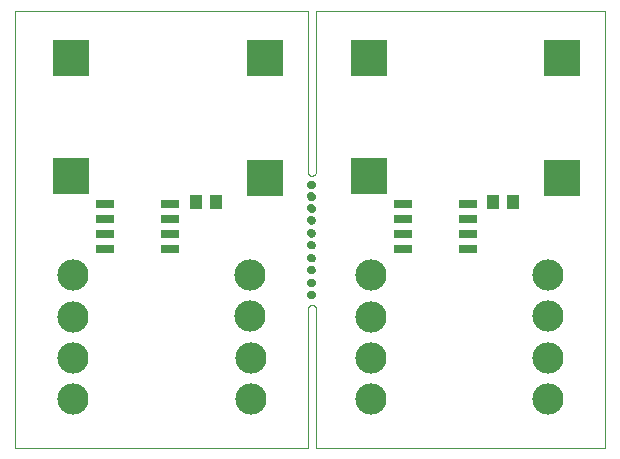
<source format=gbs>
G75*
%MOIN*%
%OFA0B0*%
%FSLAX25Y25*%
%IPPOS*%
%LPD*%
%AMOC8*
5,1,8,0,0,1.08239X$1,22.5*
%
%ADD10C,0.00000*%
%ADD11C,0.02762*%
%ADD12R,0.12211X0.12211*%
%ADD13C,0.10400*%
%ADD14R,0.06400X0.02800*%
%ADD15R,0.04337X0.04731*%
D10*
X0003787Y0004287D02*
X0003787Y0149957D01*
X0101425Y0149957D01*
X0101425Y0096413D01*
X0101427Y0096340D01*
X0101433Y0096267D01*
X0101443Y0096194D01*
X0101456Y0096122D01*
X0101474Y0096050D01*
X0101495Y0095980D01*
X0101520Y0095911D01*
X0101548Y0095844D01*
X0101580Y0095778D01*
X0101616Y0095713D01*
X0101655Y0095651D01*
X0101697Y0095591D01*
X0101742Y0095533D01*
X0101790Y0095478D01*
X0101842Y0095426D01*
X0101896Y0095376D01*
X0101952Y0095329D01*
X0102011Y0095285D01*
X0102072Y0095245D01*
X0102135Y0095208D01*
X0102200Y0095174D01*
X0102267Y0095143D01*
X0102336Y0095117D01*
X0102405Y0095094D01*
X0102476Y0095074D01*
X0102548Y0095059D01*
X0102620Y0095047D01*
X0102693Y0095039D01*
X0102766Y0095035D01*
X0102840Y0095035D01*
X0102913Y0095039D01*
X0102986Y0095047D01*
X0103058Y0095059D01*
X0103130Y0095074D01*
X0103201Y0095094D01*
X0103270Y0095117D01*
X0103339Y0095143D01*
X0103406Y0095174D01*
X0103471Y0095208D01*
X0103534Y0095245D01*
X0103595Y0095285D01*
X0103654Y0095329D01*
X0103710Y0095376D01*
X0103764Y0095426D01*
X0103816Y0095478D01*
X0103864Y0095533D01*
X0103909Y0095591D01*
X0103951Y0095651D01*
X0103990Y0095713D01*
X0104026Y0095778D01*
X0104058Y0095844D01*
X0104086Y0095911D01*
X0104111Y0095980D01*
X0104132Y0096050D01*
X0104150Y0096122D01*
X0104163Y0096194D01*
X0104173Y0096267D01*
X0104179Y0096340D01*
X0104181Y0096413D01*
X0104181Y0149957D01*
X0200638Y0149957D01*
X0200638Y0096413D01*
X0200638Y0050744D01*
X0200638Y0004287D01*
X0104181Y0004287D01*
X0104181Y0050744D01*
X0104169Y0050816D01*
X0104153Y0050888D01*
X0104133Y0050959D01*
X0104109Y0051029D01*
X0104082Y0051097D01*
X0104051Y0051164D01*
X0104016Y0051229D01*
X0103978Y0051293D01*
X0103937Y0051354D01*
X0103893Y0051413D01*
X0103846Y0051469D01*
X0103796Y0051523D01*
X0103743Y0051574D01*
X0103687Y0051622D01*
X0103629Y0051668D01*
X0103568Y0051710D01*
X0103506Y0051749D01*
X0103441Y0051784D01*
X0103375Y0051816D01*
X0103307Y0051845D01*
X0103238Y0051869D01*
X0103167Y0051891D01*
X0103095Y0051908D01*
X0103023Y0051921D01*
X0102950Y0051931D01*
X0102877Y0051937D01*
X0102803Y0051939D01*
X0102729Y0051937D01*
X0102656Y0051931D01*
X0102583Y0051921D01*
X0102511Y0051908D01*
X0102439Y0051891D01*
X0102368Y0051869D01*
X0102299Y0051845D01*
X0102231Y0051816D01*
X0102165Y0051784D01*
X0102100Y0051749D01*
X0102038Y0051710D01*
X0101977Y0051668D01*
X0101919Y0051622D01*
X0101863Y0051574D01*
X0101810Y0051523D01*
X0101760Y0051469D01*
X0101713Y0051413D01*
X0101669Y0051354D01*
X0101628Y0051293D01*
X0101590Y0051229D01*
X0101555Y0051164D01*
X0101524Y0051097D01*
X0101497Y0051029D01*
X0101473Y0050959D01*
X0101453Y0050888D01*
X0101437Y0050816D01*
X0101425Y0050744D01*
X0101425Y0004287D01*
X0003787Y0004287D01*
X0101425Y0055469D02*
X0101427Y0055538D01*
X0101433Y0055606D01*
X0101443Y0055674D01*
X0101457Y0055741D01*
X0101475Y0055808D01*
X0101496Y0055873D01*
X0101522Y0055937D01*
X0101551Y0055999D01*
X0101583Y0056059D01*
X0101619Y0056118D01*
X0101659Y0056174D01*
X0101701Y0056228D01*
X0101747Y0056279D01*
X0101796Y0056328D01*
X0101847Y0056374D01*
X0101901Y0056416D01*
X0101957Y0056456D01*
X0102015Y0056492D01*
X0102076Y0056524D01*
X0102138Y0056553D01*
X0102202Y0056579D01*
X0102267Y0056600D01*
X0102334Y0056618D01*
X0102401Y0056632D01*
X0102469Y0056642D01*
X0102537Y0056648D01*
X0102606Y0056650D01*
X0102675Y0056648D01*
X0102743Y0056642D01*
X0102811Y0056632D01*
X0102878Y0056618D01*
X0102945Y0056600D01*
X0103010Y0056579D01*
X0103074Y0056553D01*
X0103136Y0056524D01*
X0103196Y0056492D01*
X0103255Y0056456D01*
X0103311Y0056416D01*
X0103365Y0056374D01*
X0103416Y0056328D01*
X0103465Y0056279D01*
X0103511Y0056228D01*
X0103553Y0056174D01*
X0103593Y0056118D01*
X0103629Y0056059D01*
X0103661Y0055999D01*
X0103690Y0055937D01*
X0103716Y0055873D01*
X0103737Y0055808D01*
X0103755Y0055741D01*
X0103769Y0055674D01*
X0103779Y0055606D01*
X0103785Y0055538D01*
X0103787Y0055469D01*
X0103785Y0055400D01*
X0103779Y0055332D01*
X0103769Y0055264D01*
X0103755Y0055197D01*
X0103737Y0055130D01*
X0103716Y0055065D01*
X0103690Y0055001D01*
X0103661Y0054939D01*
X0103629Y0054878D01*
X0103593Y0054820D01*
X0103553Y0054764D01*
X0103511Y0054710D01*
X0103465Y0054659D01*
X0103416Y0054610D01*
X0103365Y0054564D01*
X0103311Y0054522D01*
X0103255Y0054482D01*
X0103197Y0054446D01*
X0103136Y0054414D01*
X0103074Y0054385D01*
X0103010Y0054359D01*
X0102945Y0054338D01*
X0102878Y0054320D01*
X0102811Y0054306D01*
X0102743Y0054296D01*
X0102675Y0054290D01*
X0102606Y0054288D01*
X0102537Y0054290D01*
X0102469Y0054296D01*
X0102401Y0054306D01*
X0102334Y0054320D01*
X0102267Y0054338D01*
X0102202Y0054359D01*
X0102138Y0054385D01*
X0102076Y0054414D01*
X0102015Y0054446D01*
X0101957Y0054482D01*
X0101901Y0054522D01*
X0101847Y0054564D01*
X0101796Y0054610D01*
X0101747Y0054659D01*
X0101701Y0054710D01*
X0101659Y0054764D01*
X0101619Y0054820D01*
X0101583Y0054878D01*
X0101551Y0054939D01*
X0101522Y0055001D01*
X0101496Y0055065D01*
X0101475Y0055130D01*
X0101457Y0055197D01*
X0101443Y0055264D01*
X0101433Y0055332D01*
X0101427Y0055400D01*
X0101425Y0055469D01*
X0101425Y0059406D02*
X0101427Y0059475D01*
X0101433Y0059543D01*
X0101443Y0059611D01*
X0101457Y0059678D01*
X0101475Y0059745D01*
X0101496Y0059810D01*
X0101522Y0059874D01*
X0101551Y0059936D01*
X0101583Y0059996D01*
X0101619Y0060055D01*
X0101659Y0060111D01*
X0101701Y0060165D01*
X0101747Y0060216D01*
X0101796Y0060265D01*
X0101847Y0060311D01*
X0101901Y0060353D01*
X0101957Y0060393D01*
X0102015Y0060429D01*
X0102076Y0060461D01*
X0102138Y0060490D01*
X0102202Y0060516D01*
X0102267Y0060537D01*
X0102334Y0060555D01*
X0102401Y0060569D01*
X0102469Y0060579D01*
X0102537Y0060585D01*
X0102606Y0060587D01*
X0102675Y0060585D01*
X0102743Y0060579D01*
X0102811Y0060569D01*
X0102878Y0060555D01*
X0102945Y0060537D01*
X0103010Y0060516D01*
X0103074Y0060490D01*
X0103136Y0060461D01*
X0103196Y0060429D01*
X0103255Y0060393D01*
X0103311Y0060353D01*
X0103365Y0060311D01*
X0103416Y0060265D01*
X0103465Y0060216D01*
X0103511Y0060165D01*
X0103553Y0060111D01*
X0103593Y0060055D01*
X0103629Y0059996D01*
X0103661Y0059936D01*
X0103690Y0059874D01*
X0103716Y0059810D01*
X0103737Y0059745D01*
X0103755Y0059678D01*
X0103769Y0059611D01*
X0103779Y0059543D01*
X0103785Y0059475D01*
X0103787Y0059406D01*
X0103785Y0059337D01*
X0103779Y0059269D01*
X0103769Y0059201D01*
X0103755Y0059134D01*
X0103737Y0059067D01*
X0103716Y0059002D01*
X0103690Y0058938D01*
X0103661Y0058876D01*
X0103629Y0058815D01*
X0103593Y0058757D01*
X0103553Y0058701D01*
X0103511Y0058647D01*
X0103465Y0058596D01*
X0103416Y0058547D01*
X0103365Y0058501D01*
X0103311Y0058459D01*
X0103255Y0058419D01*
X0103197Y0058383D01*
X0103136Y0058351D01*
X0103074Y0058322D01*
X0103010Y0058296D01*
X0102945Y0058275D01*
X0102878Y0058257D01*
X0102811Y0058243D01*
X0102743Y0058233D01*
X0102675Y0058227D01*
X0102606Y0058225D01*
X0102537Y0058227D01*
X0102469Y0058233D01*
X0102401Y0058243D01*
X0102334Y0058257D01*
X0102267Y0058275D01*
X0102202Y0058296D01*
X0102138Y0058322D01*
X0102076Y0058351D01*
X0102015Y0058383D01*
X0101957Y0058419D01*
X0101901Y0058459D01*
X0101847Y0058501D01*
X0101796Y0058547D01*
X0101747Y0058596D01*
X0101701Y0058647D01*
X0101659Y0058701D01*
X0101619Y0058757D01*
X0101583Y0058815D01*
X0101551Y0058876D01*
X0101522Y0058938D01*
X0101496Y0059002D01*
X0101475Y0059067D01*
X0101457Y0059134D01*
X0101443Y0059201D01*
X0101433Y0059269D01*
X0101427Y0059337D01*
X0101425Y0059406D01*
X0101425Y0063736D02*
X0101427Y0063805D01*
X0101433Y0063873D01*
X0101443Y0063941D01*
X0101457Y0064008D01*
X0101475Y0064075D01*
X0101496Y0064140D01*
X0101522Y0064204D01*
X0101551Y0064266D01*
X0101583Y0064326D01*
X0101619Y0064385D01*
X0101659Y0064441D01*
X0101701Y0064495D01*
X0101747Y0064546D01*
X0101796Y0064595D01*
X0101847Y0064641D01*
X0101901Y0064683D01*
X0101957Y0064723D01*
X0102015Y0064759D01*
X0102076Y0064791D01*
X0102138Y0064820D01*
X0102202Y0064846D01*
X0102267Y0064867D01*
X0102334Y0064885D01*
X0102401Y0064899D01*
X0102469Y0064909D01*
X0102537Y0064915D01*
X0102606Y0064917D01*
X0102675Y0064915D01*
X0102743Y0064909D01*
X0102811Y0064899D01*
X0102878Y0064885D01*
X0102945Y0064867D01*
X0103010Y0064846D01*
X0103074Y0064820D01*
X0103136Y0064791D01*
X0103196Y0064759D01*
X0103255Y0064723D01*
X0103311Y0064683D01*
X0103365Y0064641D01*
X0103416Y0064595D01*
X0103465Y0064546D01*
X0103511Y0064495D01*
X0103553Y0064441D01*
X0103593Y0064385D01*
X0103629Y0064326D01*
X0103661Y0064266D01*
X0103690Y0064204D01*
X0103716Y0064140D01*
X0103737Y0064075D01*
X0103755Y0064008D01*
X0103769Y0063941D01*
X0103779Y0063873D01*
X0103785Y0063805D01*
X0103787Y0063736D01*
X0103785Y0063667D01*
X0103779Y0063599D01*
X0103769Y0063531D01*
X0103755Y0063464D01*
X0103737Y0063397D01*
X0103716Y0063332D01*
X0103690Y0063268D01*
X0103661Y0063206D01*
X0103629Y0063145D01*
X0103593Y0063087D01*
X0103553Y0063031D01*
X0103511Y0062977D01*
X0103465Y0062926D01*
X0103416Y0062877D01*
X0103365Y0062831D01*
X0103311Y0062789D01*
X0103255Y0062749D01*
X0103197Y0062713D01*
X0103136Y0062681D01*
X0103074Y0062652D01*
X0103010Y0062626D01*
X0102945Y0062605D01*
X0102878Y0062587D01*
X0102811Y0062573D01*
X0102743Y0062563D01*
X0102675Y0062557D01*
X0102606Y0062555D01*
X0102537Y0062557D01*
X0102469Y0062563D01*
X0102401Y0062573D01*
X0102334Y0062587D01*
X0102267Y0062605D01*
X0102202Y0062626D01*
X0102138Y0062652D01*
X0102076Y0062681D01*
X0102015Y0062713D01*
X0101957Y0062749D01*
X0101901Y0062789D01*
X0101847Y0062831D01*
X0101796Y0062877D01*
X0101747Y0062926D01*
X0101701Y0062977D01*
X0101659Y0063031D01*
X0101619Y0063087D01*
X0101583Y0063145D01*
X0101551Y0063206D01*
X0101522Y0063268D01*
X0101496Y0063332D01*
X0101475Y0063397D01*
X0101457Y0063464D01*
X0101443Y0063531D01*
X0101433Y0063599D01*
X0101427Y0063667D01*
X0101425Y0063736D01*
X0101425Y0067673D02*
X0101427Y0067742D01*
X0101433Y0067810D01*
X0101443Y0067878D01*
X0101457Y0067945D01*
X0101475Y0068012D01*
X0101496Y0068077D01*
X0101522Y0068141D01*
X0101551Y0068203D01*
X0101583Y0068263D01*
X0101619Y0068322D01*
X0101659Y0068378D01*
X0101701Y0068432D01*
X0101747Y0068483D01*
X0101796Y0068532D01*
X0101847Y0068578D01*
X0101901Y0068620D01*
X0101957Y0068660D01*
X0102015Y0068696D01*
X0102076Y0068728D01*
X0102138Y0068757D01*
X0102202Y0068783D01*
X0102267Y0068804D01*
X0102334Y0068822D01*
X0102401Y0068836D01*
X0102469Y0068846D01*
X0102537Y0068852D01*
X0102606Y0068854D01*
X0102675Y0068852D01*
X0102743Y0068846D01*
X0102811Y0068836D01*
X0102878Y0068822D01*
X0102945Y0068804D01*
X0103010Y0068783D01*
X0103074Y0068757D01*
X0103136Y0068728D01*
X0103196Y0068696D01*
X0103255Y0068660D01*
X0103311Y0068620D01*
X0103365Y0068578D01*
X0103416Y0068532D01*
X0103465Y0068483D01*
X0103511Y0068432D01*
X0103553Y0068378D01*
X0103593Y0068322D01*
X0103629Y0068263D01*
X0103661Y0068203D01*
X0103690Y0068141D01*
X0103716Y0068077D01*
X0103737Y0068012D01*
X0103755Y0067945D01*
X0103769Y0067878D01*
X0103779Y0067810D01*
X0103785Y0067742D01*
X0103787Y0067673D01*
X0103785Y0067604D01*
X0103779Y0067536D01*
X0103769Y0067468D01*
X0103755Y0067401D01*
X0103737Y0067334D01*
X0103716Y0067269D01*
X0103690Y0067205D01*
X0103661Y0067143D01*
X0103629Y0067082D01*
X0103593Y0067024D01*
X0103553Y0066968D01*
X0103511Y0066914D01*
X0103465Y0066863D01*
X0103416Y0066814D01*
X0103365Y0066768D01*
X0103311Y0066726D01*
X0103255Y0066686D01*
X0103197Y0066650D01*
X0103136Y0066618D01*
X0103074Y0066589D01*
X0103010Y0066563D01*
X0102945Y0066542D01*
X0102878Y0066524D01*
X0102811Y0066510D01*
X0102743Y0066500D01*
X0102675Y0066494D01*
X0102606Y0066492D01*
X0102537Y0066494D01*
X0102469Y0066500D01*
X0102401Y0066510D01*
X0102334Y0066524D01*
X0102267Y0066542D01*
X0102202Y0066563D01*
X0102138Y0066589D01*
X0102076Y0066618D01*
X0102015Y0066650D01*
X0101957Y0066686D01*
X0101901Y0066726D01*
X0101847Y0066768D01*
X0101796Y0066814D01*
X0101747Y0066863D01*
X0101701Y0066914D01*
X0101659Y0066968D01*
X0101619Y0067024D01*
X0101583Y0067082D01*
X0101551Y0067143D01*
X0101522Y0067205D01*
X0101496Y0067269D01*
X0101475Y0067334D01*
X0101457Y0067401D01*
X0101443Y0067468D01*
X0101433Y0067536D01*
X0101427Y0067604D01*
X0101425Y0067673D01*
X0101425Y0072004D02*
X0101427Y0072073D01*
X0101433Y0072141D01*
X0101443Y0072209D01*
X0101457Y0072276D01*
X0101475Y0072343D01*
X0101496Y0072408D01*
X0101522Y0072472D01*
X0101551Y0072534D01*
X0101583Y0072594D01*
X0101619Y0072653D01*
X0101659Y0072709D01*
X0101701Y0072763D01*
X0101747Y0072814D01*
X0101796Y0072863D01*
X0101847Y0072909D01*
X0101901Y0072951D01*
X0101957Y0072991D01*
X0102015Y0073027D01*
X0102076Y0073059D01*
X0102138Y0073088D01*
X0102202Y0073114D01*
X0102267Y0073135D01*
X0102334Y0073153D01*
X0102401Y0073167D01*
X0102469Y0073177D01*
X0102537Y0073183D01*
X0102606Y0073185D01*
X0102675Y0073183D01*
X0102743Y0073177D01*
X0102811Y0073167D01*
X0102878Y0073153D01*
X0102945Y0073135D01*
X0103010Y0073114D01*
X0103074Y0073088D01*
X0103136Y0073059D01*
X0103196Y0073027D01*
X0103255Y0072991D01*
X0103311Y0072951D01*
X0103365Y0072909D01*
X0103416Y0072863D01*
X0103465Y0072814D01*
X0103511Y0072763D01*
X0103553Y0072709D01*
X0103593Y0072653D01*
X0103629Y0072594D01*
X0103661Y0072534D01*
X0103690Y0072472D01*
X0103716Y0072408D01*
X0103737Y0072343D01*
X0103755Y0072276D01*
X0103769Y0072209D01*
X0103779Y0072141D01*
X0103785Y0072073D01*
X0103787Y0072004D01*
X0103785Y0071935D01*
X0103779Y0071867D01*
X0103769Y0071799D01*
X0103755Y0071732D01*
X0103737Y0071665D01*
X0103716Y0071600D01*
X0103690Y0071536D01*
X0103661Y0071474D01*
X0103629Y0071413D01*
X0103593Y0071355D01*
X0103553Y0071299D01*
X0103511Y0071245D01*
X0103465Y0071194D01*
X0103416Y0071145D01*
X0103365Y0071099D01*
X0103311Y0071057D01*
X0103255Y0071017D01*
X0103197Y0070981D01*
X0103136Y0070949D01*
X0103074Y0070920D01*
X0103010Y0070894D01*
X0102945Y0070873D01*
X0102878Y0070855D01*
X0102811Y0070841D01*
X0102743Y0070831D01*
X0102675Y0070825D01*
X0102606Y0070823D01*
X0102537Y0070825D01*
X0102469Y0070831D01*
X0102401Y0070841D01*
X0102334Y0070855D01*
X0102267Y0070873D01*
X0102202Y0070894D01*
X0102138Y0070920D01*
X0102076Y0070949D01*
X0102015Y0070981D01*
X0101957Y0071017D01*
X0101901Y0071057D01*
X0101847Y0071099D01*
X0101796Y0071145D01*
X0101747Y0071194D01*
X0101701Y0071245D01*
X0101659Y0071299D01*
X0101619Y0071355D01*
X0101583Y0071413D01*
X0101551Y0071474D01*
X0101522Y0071536D01*
X0101496Y0071600D01*
X0101475Y0071665D01*
X0101457Y0071732D01*
X0101443Y0071799D01*
X0101433Y0071867D01*
X0101427Y0071935D01*
X0101425Y0072004D01*
X0101425Y0075941D02*
X0101427Y0076010D01*
X0101433Y0076078D01*
X0101443Y0076146D01*
X0101457Y0076213D01*
X0101475Y0076280D01*
X0101496Y0076345D01*
X0101522Y0076409D01*
X0101551Y0076471D01*
X0101583Y0076531D01*
X0101619Y0076590D01*
X0101659Y0076646D01*
X0101701Y0076700D01*
X0101747Y0076751D01*
X0101796Y0076800D01*
X0101847Y0076846D01*
X0101901Y0076888D01*
X0101957Y0076928D01*
X0102015Y0076964D01*
X0102076Y0076996D01*
X0102138Y0077025D01*
X0102202Y0077051D01*
X0102267Y0077072D01*
X0102334Y0077090D01*
X0102401Y0077104D01*
X0102469Y0077114D01*
X0102537Y0077120D01*
X0102606Y0077122D01*
X0102675Y0077120D01*
X0102743Y0077114D01*
X0102811Y0077104D01*
X0102878Y0077090D01*
X0102945Y0077072D01*
X0103010Y0077051D01*
X0103074Y0077025D01*
X0103136Y0076996D01*
X0103196Y0076964D01*
X0103255Y0076928D01*
X0103311Y0076888D01*
X0103365Y0076846D01*
X0103416Y0076800D01*
X0103465Y0076751D01*
X0103511Y0076700D01*
X0103553Y0076646D01*
X0103593Y0076590D01*
X0103629Y0076531D01*
X0103661Y0076471D01*
X0103690Y0076409D01*
X0103716Y0076345D01*
X0103737Y0076280D01*
X0103755Y0076213D01*
X0103769Y0076146D01*
X0103779Y0076078D01*
X0103785Y0076010D01*
X0103787Y0075941D01*
X0103785Y0075872D01*
X0103779Y0075804D01*
X0103769Y0075736D01*
X0103755Y0075669D01*
X0103737Y0075602D01*
X0103716Y0075537D01*
X0103690Y0075473D01*
X0103661Y0075411D01*
X0103629Y0075350D01*
X0103593Y0075292D01*
X0103553Y0075236D01*
X0103511Y0075182D01*
X0103465Y0075131D01*
X0103416Y0075082D01*
X0103365Y0075036D01*
X0103311Y0074994D01*
X0103255Y0074954D01*
X0103197Y0074918D01*
X0103136Y0074886D01*
X0103074Y0074857D01*
X0103010Y0074831D01*
X0102945Y0074810D01*
X0102878Y0074792D01*
X0102811Y0074778D01*
X0102743Y0074768D01*
X0102675Y0074762D01*
X0102606Y0074760D01*
X0102537Y0074762D01*
X0102469Y0074768D01*
X0102401Y0074778D01*
X0102334Y0074792D01*
X0102267Y0074810D01*
X0102202Y0074831D01*
X0102138Y0074857D01*
X0102076Y0074886D01*
X0102015Y0074918D01*
X0101957Y0074954D01*
X0101901Y0074994D01*
X0101847Y0075036D01*
X0101796Y0075082D01*
X0101747Y0075131D01*
X0101701Y0075182D01*
X0101659Y0075236D01*
X0101619Y0075292D01*
X0101583Y0075350D01*
X0101551Y0075411D01*
X0101522Y0075473D01*
X0101496Y0075537D01*
X0101475Y0075602D01*
X0101457Y0075669D01*
X0101443Y0075736D01*
X0101433Y0075804D01*
X0101427Y0075872D01*
X0101425Y0075941D01*
X0101425Y0080272D02*
X0101427Y0080341D01*
X0101433Y0080409D01*
X0101443Y0080477D01*
X0101457Y0080544D01*
X0101475Y0080611D01*
X0101496Y0080676D01*
X0101522Y0080740D01*
X0101551Y0080802D01*
X0101583Y0080862D01*
X0101619Y0080921D01*
X0101659Y0080977D01*
X0101701Y0081031D01*
X0101747Y0081082D01*
X0101796Y0081131D01*
X0101847Y0081177D01*
X0101901Y0081219D01*
X0101957Y0081259D01*
X0102015Y0081295D01*
X0102076Y0081327D01*
X0102138Y0081356D01*
X0102202Y0081382D01*
X0102267Y0081403D01*
X0102334Y0081421D01*
X0102401Y0081435D01*
X0102469Y0081445D01*
X0102537Y0081451D01*
X0102606Y0081453D01*
X0102675Y0081451D01*
X0102743Y0081445D01*
X0102811Y0081435D01*
X0102878Y0081421D01*
X0102945Y0081403D01*
X0103010Y0081382D01*
X0103074Y0081356D01*
X0103136Y0081327D01*
X0103196Y0081295D01*
X0103255Y0081259D01*
X0103311Y0081219D01*
X0103365Y0081177D01*
X0103416Y0081131D01*
X0103465Y0081082D01*
X0103511Y0081031D01*
X0103553Y0080977D01*
X0103593Y0080921D01*
X0103629Y0080862D01*
X0103661Y0080802D01*
X0103690Y0080740D01*
X0103716Y0080676D01*
X0103737Y0080611D01*
X0103755Y0080544D01*
X0103769Y0080477D01*
X0103779Y0080409D01*
X0103785Y0080341D01*
X0103787Y0080272D01*
X0103785Y0080203D01*
X0103779Y0080135D01*
X0103769Y0080067D01*
X0103755Y0080000D01*
X0103737Y0079933D01*
X0103716Y0079868D01*
X0103690Y0079804D01*
X0103661Y0079742D01*
X0103629Y0079681D01*
X0103593Y0079623D01*
X0103553Y0079567D01*
X0103511Y0079513D01*
X0103465Y0079462D01*
X0103416Y0079413D01*
X0103365Y0079367D01*
X0103311Y0079325D01*
X0103255Y0079285D01*
X0103197Y0079249D01*
X0103136Y0079217D01*
X0103074Y0079188D01*
X0103010Y0079162D01*
X0102945Y0079141D01*
X0102878Y0079123D01*
X0102811Y0079109D01*
X0102743Y0079099D01*
X0102675Y0079093D01*
X0102606Y0079091D01*
X0102537Y0079093D01*
X0102469Y0079099D01*
X0102401Y0079109D01*
X0102334Y0079123D01*
X0102267Y0079141D01*
X0102202Y0079162D01*
X0102138Y0079188D01*
X0102076Y0079217D01*
X0102015Y0079249D01*
X0101957Y0079285D01*
X0101901Y0079325D01*
X0101847Y0079367D01*
X0101796Y0079413D01*
X0101747Y0079462D01*
X0101701Y0079513D01*
X0101659Y0079567D01*
X0101619Y0079623D01*
X0101583Y0079681D01*
X0101551Y0079742D01*
X0101522Y0079804D01*
X0101496Y0079868D01*
X0101475Y0079933D01*
X0101457Y0080000D01*
X0101443Y0080067D01*
X0101433Y0080135D01*
X0101427Y0080203D01*
X0101425Y0080272D01*
X0101425Y0084209D02*
X0101427Y0084278D01*
X0101433Y0084346D01*
X0101443Y0084414D01*
X0101457Y0084481D01*
X0101475Y0084548D01*
X0101496Y0084613D01*
X0101522Y0084677D01*
X0101551Y0084739D01*
X0101583Y0084799D01*
X0101619Y0084858D01*
X0101659Y0084914D01*
X0101701Y0084968D01*
X0101747Y0085019D01*
X0101796Y0085068D01*
X0101847Y0085114D01*
X0101901Y0085156D01*
X0101957Y0085196D01*
X0102015Y0085232D01*
X0102076Y0085264D01*
X0102138Y0085293D01*
X0102202Y0085319D01*
X0102267Y0085340D01*
X0102334Y0085358D01*
X0102401Y0085372D01*
X0102469Y0085382D01*
X0102537Y0085388D01*
X0102606Y0085390D01*
X0102675Y0085388D01*
X0102743Y0085382D01*
X0102811Y0085372D01*
X0102878Y0085358D01*
X0102945Y0085340D01*
X0103010Y0085319D01*
X0103074Y0085293D01*
X0103136Y0085264D01*
X0103196Y0085232D01*
X0103255Y0085196D01*
X0103311Y0085156D01*
X0103365Y0085114D01*
X0103416Y0085068D01*
X0103465Y0085019D01*
X0103511Y0084968D01*
X0103553Y0084914D01*
X0103593Y0084858D01*
X0103629Y0084799D01*
X0103661Y0084739D01*
X0103690Y0084677D01*
X0103716Y0084613D01*
X0103737Y0084548D01*
X0103755Y0084481D01*
X0103769Y0084414D01*
X0103779Y0084346D01*
X0103785Y0084278D01*
X0103787Y0084209D01*
X0103785Y0084140D01*
X0103779Y0084072D01*
X0103769Y0084004D01*
X0103755Y0083937D01*
X0103737Y0083870D01*
X0103716Y0083805D01*
X0103690Y0083741D01*
X0103661Y0083679D01*
X0103629Y0083618D01*
X0103593Y0083560D01*
X0103553Y0083504D01*
X0103511Y0083450D01*
X0103465Y0083399D01*
X0103416Y0083350D01*
X0103365Y0083304D01*
X0103311Y0083262D01*
X0103255Y0083222D01*
X0103197Y0083186D01*
X0103136Y0083154D01*
X0103074Y0083125D01*
X0103010Y0083099D01*
X0102945Y0083078D01*
X0102878Y0083060D01*
X0102811Y0083046D01*
X0102743Y0083036D01*
X0102675Y0083030D01*
X0102606Y0083028D01*
X0102537Y0083030D01*
X0102469Y0083036D01*
X0102401Y0083046D01*
X0102334Y0083060D01*
X0102267Y0083078D01*
X0102202Y0083099D01*
X0102138Y0083125D01*
X0102076Y0083154D01*
X0102015Y0083186D01*
X0101957Y0083222D01*
X0101901Y0083262D01*
X0101847Y0083304D01*
X0101796Y0083350D01*
X0101747Y0083399D01*
X0101701Y0083450D01*
X0101659Y0083504D01*
X0101619Y0083560D01*
X0101583Y0083618D01*
X0101551Y0083679D01*
X0101522Y0083741D01*
X0101496Y0083805D01*
X0101475Y0083870D01*
X0101457Y0083937D01*
X0101443Y0084004D01*
X0101433Y0084072D01*
X0101427Y0084140D01*
X0101425Y0084209D01*
X0101425Y0088146D02*
X0101427Y0088215D01*
X0101433Y0088283D01*
X0101443Y0088351D01*
X0101457Y0088418D01*
X0101475Y0088485D01*
X0101496Y0088550D01*
X0101522Y0088614D01*
X0101551Y0088676D01*
X0101583Y0088736D01*
X0101619Y0088795D01*
X0101659Y0088851D01*
X0101701Y0088905D01*
X0101747Y0088956D01*
X0101796Y0089005D01*
X0101847Y0089051D01*
X0101901Y0089093D01*
X0101957Y0089133D01*
X0102015Y0089169D01*
X0102076Y0089201D01*
X0102138Y0089230D01*
X0102202Y0089256D01*
X0102267Y0089277D01*
X0102334Y0089295D01*
X0102401Y0089309D01*
X0102469Y0089319D01*
X0102537Y0089325D01*
X0102606Y0089327D01*
X0102675Y0089325D01*
X0102743Y0089319D01*
X0102811Y0089309D01*
X0102878Y0089295D01*
X0102945Y0089277D01*
X0103010Y0089256D01*
X0103074Y0089230D01*
X0103136Y0089201D01*
X0103196Y0089169D01*
X0103255Y0089133D01*
X0103311Y0089093D01*
X0103365Y0089051D01*
X0103416Y0089005D01*
X0103465Y0088956D01*
X0103511Y0088905D01*
X0103553Y0088851D01*
X0103593Y0088795D01*
X0103629Y0088736D01*
X0103661Y0088676D01*
X0103690Y0088614D01*
X0103716Y0088550D01*
X0103737Y0088485D01*
X0103755Y0088418D01*
X0103769Y0088351D01*
X0103779Y0088283D01*
X0103785Y0088215D01*
X0103787Y0088146D01*
X0103785Y0088077D01*
X0103779Y0088009D01*
X0103769Y0087941D01*
X0103755Y0087874D01*
X0103737Y0087807D01*
X0103716Y0087742D01*
X0103690Y0087678D01*
X0103661Y0087616D01*
X0103629Y0087555D01*
X0103593Y0087497D01*
X0103553Y0087441D01*
X0103511Y0087387D01*
X0103465Y0087336D01*
X0103416Y0087287D01*
X0103365Y0087241D01*
X0103311Y0087199D01*
X0103255Y0087159D01*
X0103197Y0087123D01*
X0103136Y0087091D01*
X0103074Y0087062D01*
X0103010Y0087036D01*
X0102945Y0087015D01*
X0102878Y0086997D01*
X0102811Y0086983D01*
X0102743Y0086973D01*
X0102675Y0086967D01*
X0102606Y0086965D01*
X0102537Y0086967D01*
X0102469Y0086973D01*
X0102401Y0086983D01*
X0102334Y0086997D01*
X0102267Y0087015D01*
X0102202Y0087036D01*
X0102138Y0087062D01*
X0102076Y0087091D01*
X0102015Y0087123D01*
X0101957Y0087159D01*
X0101901Y0087199D01*
X0101847Y0087241D01*
X0101796Y0087287D01*
X0101747Y0087336D01*
X0101701Y0087387D01*
X0101659Y0087441D01*
X0101619Y0087497D01*
X0101583Y0087555D01*
X0101551Y0087616D01*
X0101522Y0087678D01*
X0101496Y0087742D01*
X0101475Y0087807D01*
X0101457Y0087874D01*
X0101443Y0087941D01*
X0101433Y0088009D01*
X0101427Y0088077D01*
X0101425Y0088146D01*
X0101425Y0092083D02*
X0101427Y0092152D01*
X0101433Y0092220D01*
X0101443Y0092288D01*
X0101457Y0092355D01*
X0101475Y0092422D01*
X0101496Y0092487D01*
X0101522Y0092551D01*
X0101551Y0092613D01*
X0101583Y0092673D01*
X0101619Y0092732D01*
X0101659Y0092788D01*
X0101701Y0092842D01*
X0101747Y0092893D01*
X0101796Y0092942D01*
X0101847Y0092988D01*
X0101901Y0093030D01*
X0101957Y0093070D01*
X0102015Y0093106D01*
X0102076Y0093138D01*
X0102138Y0093167D01*
X0102202Y0093193D01*
X0102267Y0093214D01*
X0102334Y0093232D01*
X0102401Y0093246D01*
X0102469Y0093256D01*
X0102537Y0093262D01*
X0102606Y0093264D01*
X0102675Y0093262D01*
X0102743Y0093256D01*
X0102811Y0093246D01*
X0102878Y0093232D01*
X0102945Y0093214D01*
X0103010Y0093193D01*
X0103074Y0093167D01*
X0103136Y0093138D01*
X0103196Y0093106D01*
X0103255Y0093070D01*
X0103311Y0093030D01*
X0103365Y0092988D01*
X0103416Y0092942D01*
X0103465Y0092893D01*
X0103511Y0092842D01*
X0103553Y0092788D01*
X0103593Y0092732D01*
X0103629Y0092673D01*
X0103661Y0092613D01*
X0103690Y0092551D01*
X0103716Y0092487D01*
X0103737Y0092422D01*
X0103755Y0092355D01*
X0103769Y0092288D01*
X0103779Y0092220D01*
X0103785Y0092152D01*
X0103787Y0092083D01*
X0103785Y0092014D01*
X0103779Y0091946D01*
X0103769Y0091878D01*
X0103755Y0091811D01*
X0103737Y0091744D01*
X0103716Y0091679D01*
X0103690Y0091615D01*
X0103661Y0091553D01*
X0103629Y0091492D01*
X0103593Y0091434D01*
X0103553Y0091378D01*
X0103511Y0091324D01*
X0103465Y0091273D01*
X0103416Y0091224D01*
X0103365Y0091178D01*
X0103311Y0091136D01*
X0103255Y0091096D01*
X0103197Y0091060D01*
X0103136Y0091028D01*
X0103074Y0090999D01*
X0103010Y0090973D01*
X0102945Y0090952D01*
X0102878Y0090934D01*
X0102811Y0090920D01*
X0102743Y0090910D01*
X0102675Y0090904D01*
X0102606Y0090902D01*
X0102537Y0090904D01*
X0102469Y0090910D01*
X0102401Y0090920D01*
X0102334Y0090934D01*
X0102267Y0090952D01*
X0102202Y0090973D01*
X0102138Y0090999D01*
X0102076Y0091028D01*
X0102015Y0091060D01*
X0101957Y0091096D01*
X0101901Y0091136D01*
X0101847Y0091178D01*
X0101796Y0091224D01*
X0101747Y0091273D01*
X0101701Y0091324D01*
X0101659Y0091378D01*
X0101619Y0091434D01*
X0101583Y0091492D01*
X0101551Y0091553D01*
X0101522Y0091615D01*
X0101496Y0091679D01*
X0101475Y0091744D01*
X0101457Y0091811D01*
X0101443Y0091878D01*
X0101433Y0091946D01*
X0101427Y0092014D01*
X0101425Y0092083D01*
D11*
X0102606Y0092083D03*
X0102606Y0088146D03*
X0102606Y0084209D03*
X0102606Y0080272D03*
X0102606Y0075941D03*
X0102606Y0072004D03*
X0102606Y0067673D03*
X0102606Y0063736D03*
X0102606Y0059406D03*
X0102606Y0055469D03*
D12*
X0087055Y0094287D03*
X0121701Y0095075D03*
X0121701Y0134445D03*
X0087055Y0134445D03*
X0022488Y0134445D03*
X0022488Y0095075D03*
X0186268Y0094287D03*
X0186268Y0134445D03*
D13*
X0181425Y0061925D03*
X0181425Y0048146D03*
X0181583Y0034366D03*
X0181583Y0020587D03*
X0122370Y0020587D03*
X0122370Y0034366D03*
X0122370Y0048067D03*
X0122370Y0061846D03*
X0082213Y0061925D03*
X0082213Y0048146D03*
X0082370Y0034366D03*
X0082370Y0020587D03*
X0023157Y0020587D03*
X0023157Y0034366D03*
X0023157Y0048067D03*
X0023157Y0061846D03*
D14*
X0033932Y0070528D03*
X0033932Y0075528D03*
X0033932Y0080528D03*
X0033932Y0085528D03*
X0055532Y0085528D03*
X0055532Y0080528D03*
X0055532Y0075528D03*
X0055532Y0070528D03*
X0133145Y0070528D03*
X0133145Y0075528D03*
X0133145Y0080528D03*
X0133145Y0085528D03*
X0154745Y0085528D03*
X0154745Y0080528D03*
X0154745Y0075528D03*
X0154745Y0070528D03*
D15*
X0163276Y0086374D03*
X0169969Y0086374D03*
X0070756Y0086374D03*
X0064063Y0086374D03*
M02*

</source>
